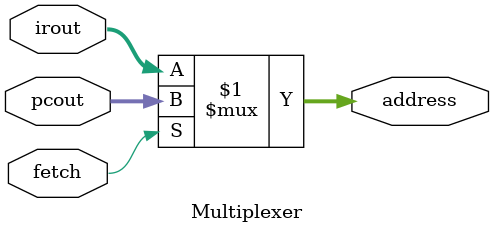
<source format=v>
module Multiplexer(
    input wire fetch,      // Control signal for selecting input
    input wire [27:0] irout, // Input 1
    input wire [27:0] pcout, // Input 2
    output wire [27:0] address // Output
);

    assign address = (fetch) ? pcout : irout;

endmodule

</source>
